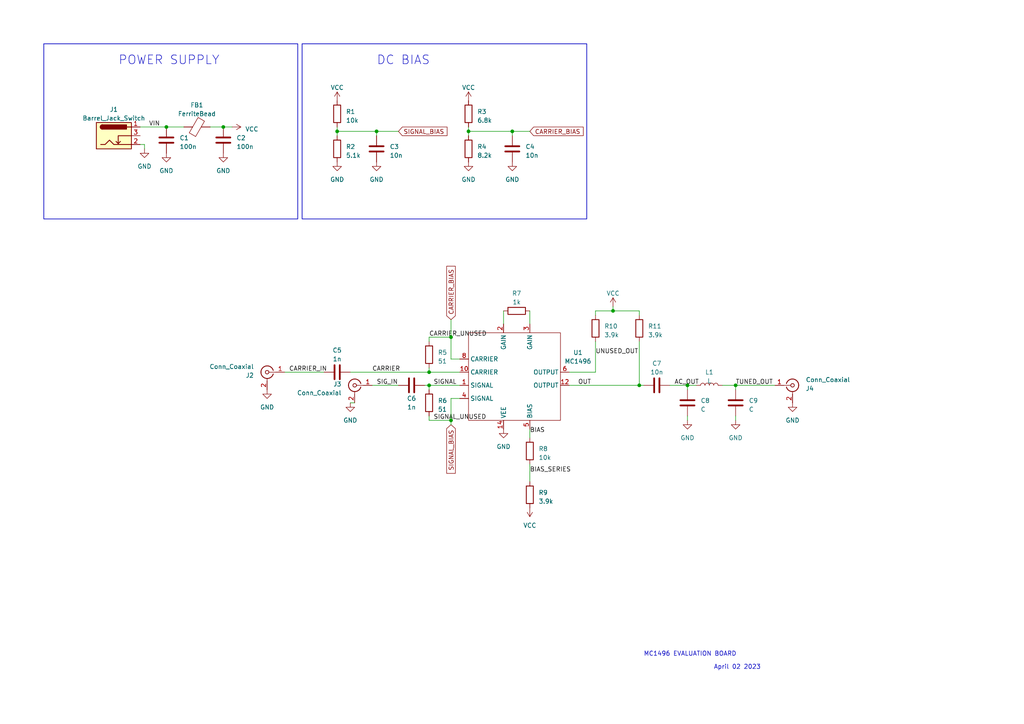
<source format=kicad_sch>
(kicad_sch (version 20230121) (generator eeschema)
  (paper "A4")
  (lib_symbols
    (symbol "Connector:Barrel_Jack_Switch" (pin_names hide)
      (property "Reference" "J" (at 0 5.334 0))
      (property "Value" "Barrel_Jack_Switch" (at 0 -5.08 0))
      (symbol "Barrel_Jack_Switch_0_1"
        (rectangle (start -5.08 3.81) (end 5.08 -3.81) (stroke (width 0.254)) (fill (type background)))
        (arc (start -3.302 3.175) (mid -3.9343 2.54) (end -3.302 1.905) (stroke (width 0.254)))
        (arc (start -3.302 3.175) (mid -3.9343 2.54) (end -3.302 1.905) (stroke (width 0.254)) (fill (type outline)))
        (polyline (pts (xy 1.27 -2.286) (xy 1.905 -1.651)) (stroke (width 0.254)))
        (polyline (pts (xy 5.08 2.54) (xy 3.81 2.54)) (stroke (width 0.254)))
        (polyline (pts (xy 5.08 0) (xy 1.27 0) (xy 1.27 -2.286) (xy 0.635 -1.651)) (stroke (width 0.254)))
        (polyline (pts (xy -3.81 -2.54) (xy -2.54 -2.54) (xy -1.27 -1.27) (xy 0 -2.54) (xy 2.54 -2.54) (xy 5.08 -2.54)) (stroke (width 0.254)))
        (rectangle (start 3.683 3.175) (end -3.302 1.905) (stroke (width 0.254)) (fill (type outline)))
      )
      (symbol "Barrel_Jack_Switch_1_1"
        (pin passive line (at 7.62 2.54 180) (length 2.54) (name "~") (number "1"))
        (pin passive line (at 7.62 -2.54 180) (length 2.54) (name "~") (number "2"))
        (pin passive line (at 7.62 0 180) (length 2.54) (name "~") (number "3"))
      )
    )
    (symbol "Connector:Conn_Coaxial" (pin_names (offset 1.016) hide)
      (property "Reference" "J" (at 0.254 3.048 0))
      (property "Value" "Conn_Coaxial" (at 2.921 0 90))
      (symbol "Conn_Coaxial_0_1"
        (arc (start -1.778 -0.508) (mid 0.2311 -1.8066) (end 1.778 0) (stroke (width 0.254)))
        (polyline (pts (xy -2.54 0) (xy -0.508 0)))
        (polyline (pts (xy 0 -2.54) (xy 0 -1.778)))
        (circle (center 0 0) (radius 0.508) (stroke (width 0.2032)))
        (arc (start 1.778 0) (mid 0.2099 1.8101) (end -1.778 0.508) (stroke (width 0.254)))
      )
      (symbol "Conn_Coaxial_1_1"
        (pin passive line (at -5.08 0 0) (length 2.54) (name "In") (number "1"))
        (pin passive line (at 0 -5.08 90) (length 2.54) (name "Ext") (number "2"))
      )
    )
    (symbol "Device:C" (pin_numbers hide) (pin_names (offset 0.254))
      (property "Reference" "C" (at 0.635 2.54 0))
      (property "Value" "C" (at 0.635 -2.54 0))
      (symbol "C_0_1"
        (polyline (pts (xy -2.032 -0.762) (xy 2.032 -0.762)) (stroke (width 0.508)))
        (polyline (pts (xy -2.032 0.762) (xy 2.032 0.762)) (stroke (width 0.508)))
      )
      (symbol "C_1_1"
        (pin passive line (at 0 3.81 270) (length 2.794) (name "~") (number "1"))
        (pin passive line (at 0 -3.81 90) (length 2.794) (name "~") (number "2"))
      )
    )
    (symbol "Device:FerriteBead" (pin_numbers hide) (pin_names (offset 0))
      (property "Reference" "FB" (at -3.81 0.635 90))
      (property "Value" "FerriteBead" (at 3.81 0 90))
      (symbol "FerriteBead_0_1"
        (polyline (pts (xy 0 -1.27) (xy 0 -1.2192)))
        (polyline (pts (xy 0 1.27) (xy 0 1.2954)))
        (polyline (pts (xy -2.7686 0.4064) (xy -1.7018 2.2606) (xy 2.7686 -0.3048) (xy 1.6764 -2.159) (xy -2.7686 0.4064)))
      )
      (symbol "FerriteBead_1_1"
        (pin passive line (at 0 3.81 270) (length 2.54) (name "~") (number "1"))
        (pin passive line (at 0 -3.81 90) (length 2.54) (name "~") (number "2"))
      )
    )
    (symbol "Device:L" (pin_numbers hide) (pin_names (offset 1.016) hide)
      (property "Reference" "L" (at -1.27 0 90))
      (property "Value" "L" (at 1.905 0 90))
      (symbol "L_0_1"
        (arc (start 0 -2.54) (mid 0.6323 -1.905) (end 0 -1.27))
        (arc (start 0 -1.27) (mid 0.6323 -0.635) (end 0 0))
        (arc (start 0 0) (mid 0.6323 0.635) (end 0 1.27))
        (arc (start 0 1.27) (mid 0.6323 1.905) (end 0 2.54))
      )
      (symbol "L_1_1"
        (pin passive line (at 0 3.81 270) (length 1.27) (name "1") (number "1"))
        (pin passive line (at 0 -3.81 90) (length 1.27) (name "2") (number "2"))
      )
    )
    (symbol "Device:R" (pin_numbers hide) (pin_names (offset 0))
      (property "Reference" "R" (at 2.032 0 90))
      (property "Value" "R" (at 0 0 90))
      (symbol "R_0_1"
        (rectangle (start -1.016 -2.54) (end 1.016 2.54) (stroke (width 0.254)))
      )
      (symbol "R_1_1"
        (pin passive line (at 0 3.81 270) (length 1.27) (name "~") (number "1"))
        (pin passive line (at 0 -3.81 90) (length 1.27) (name "~") (number "2"))
      )
    )
    (symbol "pcrap:MC1496"
      (property "Reference" "U" (at 0 0 0))
      (property "Value" "MC1496" (at 0 2.54 0))
      (symbol "MC1496_0_1"
        (polyline (pts (xy -3.81 12.7) (xy -13.97 12.7) (xy -13.97 -12.7) (xy 12.7 -12.7) (xy 12.7 12.7) (xy -3.81 12.7) (xy -2.54 12.7)))
      )
      (symbol "MC1496_1_1"
        (pin input line (at -16.51 -2.54 0) (length 2.54) (name "SIGNAL") (number "1"))
        (pin input line (at -16.51 1.27 0) (length 2.54) (name "CARRIER") (number "10"))
        (pin output line (at 15.24 -2.54 180) (length 2.54) (name "OUTPUT") (number "12"))
        (pin no_connect line (at -12.7 15.24 0) (length 2.54) hide (name "NC") (number "13"))
        (pin input line (at -3.81 -15.24 90) (length 2.54) (name "VEE") (number "14"))
        (pin input line (at -3.81 15.24 270) (length 2.54) (name "GAIN") (number "2"))
        (pin input line (at 3.81 15.24 270) (length 2.54) (name "GAIN") (number "3"))
        (pin input line (at -16.51 -6.35 0) (length 2.54) (name "SIGNAL") (number "4"))
        (pin input line (at 3.81 -15.24 90) (length 2.54) (name "BIAS") (number "5"))
        (pin output line (at 15.24 1.27 180) (length 2.54) (name "OUTPUT") (number "6"))
        (pin input line (at -16.51 5.08 0) (length 2.54) (name "CARRIER") (number "8"))
        (pin no_connect line (at -12.7 20.32 0) (length 2.54) hide (name "7") (number "NC"))
        (pin no_connect line (at -12.7 17.78 0) (length 2.54) hide (name "9") (number "NC"))
      )
    )
    (symbol "power:GND" (power) (pin_names (offset 0))
      (property "Value" "GND" (at 0 -3.81 0))
      (symbol "GND_0_1"
        (polyline (pts (xy 0 0) (xy 0 -1.27) (xy 1.27 -1.27) (xy 0 -2.54) (xy -1.27 -1.27) (xy 0 -1.27)))
      )
      (symbol "GND_1_1"
        (pin power_in line (at 0 0 270) (length 0) hide (name "GND") (number "1"))
      )
    )
    (symbol "power:VCC" (power) (pin_names (offset 0))
      (property "Value" "VCC" (at 0 3.81 0))
      (symbol "VCC_0_1"
        (polyline (pts (xy -0.762 1.27) (xy 0 2.54)))
        (polyline (pts (xy 0 0) (xy 0 2.54)))
        (polyline (pts (xy 0 2.54) (xy 0.762 1.27)))
      )
      (symbol "VCC_1_1"
        (pin power_in line (at 0 0 90) (length 0) hide (name "VCC") (number "1"))
      )
    )
  )
  (junction (at 135.89 38.1))
  (junction (at 199.39 111.76))
  (junction (at 130.81 121.92))
  (junction (at 148.59 38.1))
  (junction (at 109.22 38.1))
  (junction (at 130.81 97.79))
  (junction (at 64.77 36.83))
  (junction (at 124.46 111.76))
  (junction (at 48.26 36.83))
  (junction (at 97.79 38.1))
  (junction (at 124.46 107.95))
  (junction (at 185.42 111.76))
  (junction (at 177.8 90.17))
  (junction (at 213.36 111.76))
  (wire (pts (xy 165.1 107.95) (xy 172.72 107.95)))
  (wire (pts (xy 109.22 38.1) (xy 109.22 39.37)))
  (wire (pts (xy 97.79 36.83) (xy 97.79 38.1)))
  (wire (pts (xy 101.6 107.95) (xy 124.46 107.95)))
  (wire (pts (xy 133.35 111.76) (xy 124.46 111.76)))
  (wire (pts (xy 130.81 123.19) (xy 130.81 121.92)))
  (wire (pts (xy 124.46 97.79) (xy 130.81 97.79)))
  (wire (pts (xy 124.46 121.92) (xy 130.81 121.92)))
  (wire (pts (xy 97.79 38.1) (xy 97.79 39.37)))
  (wire (pts (xy 185.42 111.76) (xy 186.69 111.76)))
  (wire (pts (xy 130.81 104.14) (xy 133.35 104.14)))
  (wire (pts (xy 172.72 91.44) (xy 172.72 90.17)))
  (wire (pts (xy 130.81 115.57) (xy 133.35 115.57)))
  (wire (pts (xy 133.35 107.95) (xy 124.46 107.95)))
  (wire (pts (xy 40.64 36.83) (xy 48.26 36.83)))
  (wire (pts (xy 213.36 120.65) (xy 213.36 121.92)))
  (wire (pts (xy 102.87 116.84) (xy 101.6 116.84)))
  (wire (pts (xy 153.67 134.62) (xy 153.67 139.7)))
  (wire (pts (xy 194.31 111.76) (xy 199.39 111.76)))
  (wire (pts (xy 124.46 111.76) (xy 124.46 113.03)))
  (wire (pts (xy 172.72 90.17) (xy 177.8 90.17)))
  (wire (pts (xy 185.42 99.06) (xy 185.42 111.76)))
  (wire (pts (xy 153.67 127) (xy 153.67 124.46)))
  (wire (pts (xy 199.39 111.76) (xy 201.93 111.76)))
  (wire (pts (xy 41.91 41.91) (xy 40.64 41.91)))
  (wire (pts (xy 130.81 97.79) (xy 130.81 104.14)))
  (wire (pts (xy 146.05 90.17) (xy 146.05 93.98)))
  (wire (pts (xy 82.55 107.95) (xy 93.98 107.95)))
  (wire (pts (xy 130.81 121.92) (xy 130.81 115.57)))
  (wire (pts (xy 64.77 36.83) (xy 67.31 36.83)))
  (wire (pts (xy 60.96 36.83) (xy 64.77 36.83)))
  (wire (pts (xy 185.42 91.44) (xy 185.42 90.17)))
  (wire (pts (xy 48.26 36.83) (xy 53.34 36.83)))
  (wire (pts (xy 148.59 38.1) (xy 148.59 39.37)))
  (wire (pts (xy 177.8 90.17) (xy 185.42 90.17)))
  (wire (pts (xy 199.39 113.03) (xy 199.39 111.76)))
  (wire (pts (xy 148.59 38.1) (xy 135.89 38.1)))
  (wire (pts (xy 213.36 111.76) (xy 213.36 113.03)))
  (wire (pts (xy 153.67 90.17) (xy 153.67 93.98)))
  (wire (pts (xy 109.22 38.1) (xy 97.79 38.1)))
  (wire (pts (xy 209.55 111.76) (xy 213.36 111.76)))
  (wire (pts (xy 124.46 99.06) (xy 124.46 97.79)))
  (wire (pts (xy 107.95 111.76) (xy 115.57 111.76)))
  (wire (pts (xy 135.89 38.1) (xy 135.89 39.37)))
  (wire (pts (xy 213.36 111.76) (xy 224.79 111.76)))
  (wire (pts (xy 135.89 36.83) (xy 135.89 38.1)))
  (wire (pts (xy 177.8 88.9) (xy 177.8 90.17)))
  (wire (pts (xy 172.72 107.95) (xy 172.72 99.06)))
  (wire (pts (xy 153.67 38.1) (xy 148.59 38.1)))
  (wire (pts (xy 123.19 111.76) (xy 124.46 111.76)))
  (wire (pts (xy 115.57 38.1) (xy 109.22 38.1)))
  (wire (pts (xy 165.1 111.76) (xy 185.42 111.76)))
  (wire (pts (xy 124.46 120.65) (xy 124.46 121.92)))
  (wire (pts (xy 199.39 120.65) (xy 199.39 121.92)))
  (wire (pts (xy 124.46 107.95) (xy 124.46 106.68)))
  (wire (pts (xy 130.81 92.71) (xy 130.81 97.79)))
  (wire (pts (xy 41.91 43.18) (xy 41.91 41.91)))
  (rectangle (start 87.63 12.7) (end 170.18 63.5) (stroke (width 0.2)))
  (rectangle (start 12.7 12.7) (end 86.36 63.5) (stroke (width 0.2)))
  (text "MC1496 EVALUATION BOARD" (at 186.69 190.5 0) (effects (font (size 1.27 1.27)) (justify left bottom)))
  (text "DC BIAS" (at 109.22 19.05 0) (effects (font (size 2.54 2.54)) (justify left bottom)))
  (text "POWER SUPPLY" (at 34.29 19.05 0) (effects (font (size 2.54 2.54)) (justify left bottom)))
  (text "April 02 2023" (at 207.01 194.31 0) (effects (font (size 1.27 1.27)) (justify left bottom)))
  (label "OUT" (at 167.64 111.76 0))
  (label "SIGNAL_UNUSED" (at 125.73 121.92 0))
  (label "AC_OUT" (at 195.58 111.76 0))
  (label "BIAS_SERIES" (at 153.67 137.16 0))
  (label "BIAS" (at 153.67 125.73 0))
  (label "CARRIER_IN" (at 83.82 107.95 0))
  (label "UNUSED_OUT" (at 172.72 102.87 0))
  (label "SIG_IN" (at 109.22 111.76 0))
  (label "VIN" (at 43.18 36.83 0))
  (label "TUNED_OUT" (at 213.36 111.76 0))
  (label "CARRIER_UNUSED" (at 124.46 97.79 0))
  (label "CARRIER" (at 107.95 107.95 0))
  (label "SIGNAL" (at 125.73 111.76 0))
  (global_label "CARRIER_BIAS" (shape input) (at 153.67 38.1 0) (property "Intersheetrefs" "${INTERSHEET_REFS}" (effects hide)))
  (global_label "CARRIER_BIAS" (shape input) (at 130.81 92.71 90) (property "Intersheetrefs" "${INTERSHEET_REFS}" (effects hide)))
  (global_label "SIGNAL_BIAS" (shape input) (at 130.81 123.19 270) (property "Intersheetrefs" "${INTERSHEET_REFS}" (effects hide)))
  (global_label "SIGNAL_BIAS" (shape input) (at 115.57 38.1 0) (property "Intersheetrefs" "${INTERSHEET_REFS}" (effects hide)))
  (symbol (lib_id "Device:R") (at 135.89 43.18 0) (unit 1)
    (property "Reference" "R4" (at 138.43 42.545 0) (effects (justify left)))
    (property "Value" "8.2k" (at 138.43 45.085 0) (effects (justify left)))
    (property "Footprint" "Resistor_SMD:R_0603_1608Metric" (effects hide))
  )
  (symbol (lib_id "Connector:Barrel_Jack_Switch") (at 33.02 39.37 0) (unit 1)
    (property "Reference" "J1" (at 33.02 31.75 0))
    (property "Value" "Barrel_Jack_Switch" (at 33.02 34.29 0))
    (property "Footprint" "Connector_BarrelJack:BarrelJack_GCT_DCJ200-10-A_Horizontal" (effects hide))
  )
  (symbol (lib_id "Device:R") (at 97.79 43.18 0) (unit 1)
    (property "Reference" "R2" (at 100.33 42.545 0) (effects (justify left)))
    (property "Value" "5.1k" (at 100.33 45.085 0) (effects (justify left)))
    (property "Footprint" "Resistor_SMD:R_0603_1608Metric" (effects hide))
  )
  (symbol (lib_id "power:GND") (at 77.47 113.03 0) (unit 1)
    (property "Reference" "#PWR011" (effects hide))
    (property "Value" "GND" (at 77.47 118.11 0))
  )
  (symbol (lib_id "pcrap:MC1496") (at 149.86 109.22 0) (unit 1)
    (property "Reference" "U1" (at 167.64 102.2603 0))
    (property "Value" "MC1496" (at 167.64 104.8003 0))
    (property "Footprint" "Package_DIP:DIP-14_W7.62mm" (effects hide))
  )
  (symbol (lib_id "Device:R") (at 135.89 33.02 0) (unit 1)
    (property "Reference" "R3" (at 138.43 32.385 0) (effects (justify left)))
    (property "Value" "6.8k" (at 138.43 34.925 0) (effects (justify left)))
    (property "Footprint" "Resistor_SMD:R_0603_1608Metric" (effects hide))
  )
  (symbol (lib_id "Connector:Conn_Coaxial") (at 229.87 111.76 0) (unit 1)
    (property "Reference" "J4" (at 233.68 112.6882 0) (effects (justify left)))
    (property "Value" "Conn_Coaxial" (at 233.68 110.1482 0) (effects (justify left)))
    (property "Footprint" "pcrap:SMA_EdgeMount" (effects hide))
    (property "Datasheet" " ~" (effects hide))
  )
  (symbol (lib_id "power:GND") (at 146.05 124.46 0) (unit 1)
    (property "Reference" "#PWR013" (effects hide))
    (property "Value" "GND" (at 146.05 129.54 0))
  )
  (symbol (lib_id "Device:R") (at 172.72 95.25 0) (unit 1)
    (property "Reference" "R10" (at 175.26 94.615 0) (effects (justify left)))
    (property "Value" "3.9k" (at 175.26 97.155 0) (effects (justify left)))
    (property "Footprint" "Resistor_SMD:R_0603_1608Metric" (effects hide))
  )
  (symbol (lib_id "Device:R") (at 97.79 33.02 0) (unit 1)
    (property "Reference" "R1" (at 100.33 32.385 0) (effects (justify left)))
    (property "Value" "10k" (at 100.33 34.925 0) (effects (justify left)))
    (property "Footprint" "Resistor_SMD:R_0603_1608Metric" (effects hide))
  )
  (symbol (lib_id "power:GND") (at 213.36 121.92 0) (unit 1)
    (property "Reference" "#PWR017" (effects hide))
    (property "Value" "GND" (at 213.36 127 0))
  )
  (symbol (lib_id "power:GND") (at 101.6 116.84 0) (unit 1)
    (property "Reference" "#PWR012" (effects hide))
    (property "Value" "GND" (at 101.6 121.92 0))
  )
  (symbol (lib_id "power:GND") (at 229.87 116.84 0) (unit 1)
    (property "Reference" "#PWR018" (effects hide))
    (property "Value" "GND" (at 229.87 121.92 0))
  )
  (symbol (lib_id "power:GND") (at 64.77 44.45 0) (unit 1)
    (property "Reference" "#PWR03" (effects hide))
    (property "Value" "GND" (at 64.77 49.53 0))
  )
  (symbol (lib_id "power:VCC") (at 67.31 36.83 270) (unit 1)
    (property "Reference" "#PWR04" (effects hide))
    (property "Value" "VCC" (at 71.12 37.465 90) (effects (justify left)))
  )
  (symbol (lib_id "power:GND") (at 48.26 44.45 0) (unit 1)
    (property "Reference" "#PWR02" (effects hide))
    (property "Value" "GND" (at 48.26 49.53 0))
  )
  (symbol (lib_id "Device:R") (at 124.46 102.87 0) (unit 1)
    (property "Reference" "R5" (at 127 102.235 0) (effects (justify left)))
    (property "Value" "51" (at 127 104.775 0) (effects (justify left)))
    (property "Footprint" "Resistor_SMD:R_0603_1608Metric" (effects hide))
  )
  (symbol (lib_id "Device:R") (at 124.46 116.84 0) (unit 1)
    (property "Reference" "R6" (at 127 116.205 0) (effects (justify left)))
    (property "Value" "51" (at 127 118.745 0) (effects (justify left)))
    (property "Footprint" "Resistor_SMD:R_0603_1608Metric" (effects hide))
  )
  (symbol (lib_id "power:GND") (at 109.22 46.99 0) (unit 1)
    (property "Reference" "#PWR07" (effects hide))
    (property "Value" "GND" (at 109.22 52.07 0))
  )
  (symbol (lib_id "Device:R") (at 153.67 143.51 180) (unit 1)
    (property "Reference" "R9" (at 156.21 142.875 0) (effects (justify right)))
    (property "Value" "3.9k" (at 156.21 145.415 0) (effects (justify right)))
    (property "Footprint" "Resistor_SMD:R_0603_1608Metric" (effects hide))
  )
  (symbol (lib_id "Device:C") (at 64.77 40.64 0) (unit 1)
    (property "Reference" "C2" (at 68.58 40.005 0) (effects (justify left)))
    (property "Value" "100n" (at 68.58 42.545 0) (effects (justify left)))
    (property "Footprint" "Capacitor_SMD:C_0603_1608Metric" (effects hide))
  )
  (symbol (lib_id "Device:C") (at 190.5 111.76 270) (unit 1)
    (property "Reference" "C7" (at 190.5 105.41 90))
    (property "Value" "10n" (at 190.5 107.95 90))
    (property "Footprint" "Capacitor_SMD:C_0603_1608Metric" (effects hide))
  )
  (symbol (lib_id "Device:R") (at 149.86 90.17 90) (unit 1)
    (property "Reference" "R7" (at 149.86 85.09 90))
    (property "Value" "1k" (at 149.86 87.63 90))
    (property "Footprint" "Resistor_SMD:R_0603_1608Metric" (effects hide))
  )
  (symbol (lib_id "Device:C") (at 97.79 107.95 90) (unit 1)
    (property "Reference" "C5" (at 97.79 101.6 90))
    (property "Value" "1n" (at 97.79 104.14 90))
    (property "Footprint" "Capacitor_SMD:C_0603_1608Metric" (effects hide))
  )
  (symbol (lib_id "Device:C") (at 119.38 111.76 90) (unit 1)
    (property "Reference" "C6" (at 119.38 115.57 90))
    (property "Value" "1n" (at 119.38 118.11 90))
    (property "Footprint" "Capacitor_SMD:C_0603_1608Metric" (effects hide))
  )
  (symbol (lib_id "Device:FerriteBead") (at 57.15 36.83 90) (unit 1)
    (property "Reference" "FB1" (at 57.0992 30.48 90))
    (property "Value" "FerriteBead" (at 57.0992 33.02 90))
    (property "Footprint" "Inductor_SMD:L_0805_2012Metric" (effects hide))
  )
  (symbol (lib_id "power:GND") (at 41.91 43.18 0) (unit 1)
    (property "Reference" "#PWR01" (effects hide))
    (property "Value" "GND" (at 41.91 48.26 0))
  )
  (symbol (lib_id "power:VCC") (at 177.8 88.9 0) (unit 1)
    (property "Reference" "#PWR015" (effects hide))
    (property "Value" "VCC" (at 177.8 85.09 0))
  )
  (symbol (lib_id "Device:C") (at 148.59 43.18 0) (unit 1)
    (property "Reference" "C4" (at 152.4 42.545 0) (effects (justify left)))
    (property "Value" "10n" (at 152.4 45.085 0) (effects (justify left)))
    (property "Footprint" "Capacitor_SMD:C_0603_1608Metric" (effects hide))
  )
  (symbol (lib_id "Device:R") (at 185.42 95.25 0) (unit 1)
    (property "Reference" "R11" (at 187.96 94.615 0) (effects (justify left)))
    (property "Value" "3.9k" (at 187.96 97.155 0) (effects (justify left)))
    (property "Footprint" "Resistor_SMD:R_0603_1608Metric" (effects hide))
  )
  (symbol (lib_id "power:GND") (at 199.39 121.92 0) (unit 1)
    (property "Reference" "#PWR016" (effects hide))
    (property "Value" "GND" (at 199.39 127 0))
  )
  (symbol (lib_id "Connector:Conn_Coaxial") (at 102.87 111.76 0) (mirror y) (unit 1)
    (property "Reference" "J3" (at 99.06 111.4182 0) (effects (justify left)))
    (property "Value" "Conn_Coaxial" (at 99.06 113.9582 0) (effects (justify left)))
    (property "Footprint" "pcrap:SMA_EdgeMount" (effects hide))
    (property "Datasheet" " ~" (effects hide))
  )
  (symbol (lib_id "Device:C") (at 48.26 40.64 0) (unit 1)
    (property "Reference" "C1" (at 52.07 40.005 0) (effects (justify left)))
    (property "Value" "100n" (at 52.07 42.545 0) (effects (justify left)))
    (property "Footprint" "Capacitor_SMD:C_0603_1608Metric" (effects hide))
  )
  (symbol (lib_id "power:VCC") (at 135.89 29.21 0) (unit 1)
    (property "Reference" "#PWR08" (effects hide))
    (property "Value" "VCC" (at 135.89 25.4 0))
  )
  (symbol (lib_id "Device:C") (at 213.36 116.84 0) (unit 1)
    (property "Reference" "C9" (at 217.17 116.205 0) (effects (justify left)))
    (property "Value" "C" (at 217.17 118.745 0) (effects (justify left)))
    (property "Footprint" "Capacitor_SMD:C_0603_1608Metric" (effects hide))
  )
  (symbol (lib_id "Device:L") (at 205.74 111.76 90) (unit 1)
    (property "Reference" "L1" (at 205.74 107.95 90))
    (property "Value" "L" (at 205.74 110.49 90))
    (property "Footprint" "Inductor_SMD:L_0603_1608Metric" (effects hide))
  )
  (symbol (lib_id "power:GND") (at 135.89 46.99 0) (unit 1)
    (property "Reference" "#PWR09" (effects hide))
    (property "Value" "GND" (at 135.89 52.07 0))
  )
  (symbol (lib_id "power:GND") (at 148.59 46.99 0) (unit 1)
    (property "Reference" "#PWR010" (effects hide))
    (property "Value" "GND" (at 148.59 52.07 0))
  )
  (symbol (lib_id "Device:C") (at 199.39 116.84 0) (unit 1)
    (property "Reference" "C8" (at 203.2 116.205 0) (effects (justify left)))
    (property "Value" "C" (at 203.2 118.745 0) (effects (justify left)))
    (property "Footprint" "Capacitor_SMD:C_0603_1608Metric" (effects hide))
  )
  (symbol (lib_id "Device:C") (at 109.22 43.18 0) (unit 1)
    (property "Reference" "C3" (at 113.03 42.545 0) (effects (justify left)))
    (property "Value" "10n" (at 113.03 45.085 0) (effects (justify left)))
    (property "Footprint" "Capacitor_SMD:C_0603_1608Metric" (effects hide))
  )
  (symbol (lib_id "Device:R") (at 153.67 130.81 180) (unit 1)
    (property "Reference" "R8" (at 156.21 130.175 0) (effects (justify right)))
    (property "Value" "10k" (at 156.21 132.715 0) (effects (justify right)))
    (property "Footprint" "Resistor_SMD:R_0603_1608Metric" (effects hide))
  )
  (symbol (lib_id "power:VCC") (at 153.67 147.32 180) (unit 1)
    (property "Reference" "#PWR014" (effects hide))
    (property "Value" "VCC" (at 153.67 152.4 0))
  )
  (symbol (lib_id "power:VCC") (at 97.79 29.21 0) (unit 1)
    (property "Reference" "#PWR05" (effects hide))
    (property "Value" "VCC" (at 97.79 25.4 0))
  )
  (symbol (lib_id "Connector:Conn_Coaxial") (at 77.47 107.95 0) (mirror y) (unit 1)
    (property "Reference" "J2" (at 73.66 108.8782 0) (effects (justify left)))
    (property "Value" "Conn_Coaxial" (at 73.66 106.3382 0) (effects (justify left)))
    (property "Footprint" "pcrap:SMA_EdgeMount" (effects hide))
    (property "Datasheet" " ~" (effects hide))
  )
  (symbol (lib_id "power:GND") (at 97.79 46.99 0) (unit 1)
    (property "Reference" "#PWR06" (effects hide))
    (property "Value" "GND" (at 97.79 52.07 0))
  )
)
</source>
